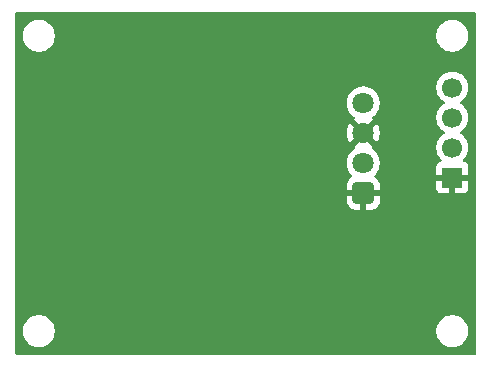
<source format=gbl>
%TF.GenerationSoftware,KiCad,Pcbnew,9.0.6*%
%TF.CreationDate,2025-11-11T11:50:19+01:00*%
%TF.ProjectId,tankuhr,74616e6b-7568-4722-9e6b-696361645f70,rev?*%
%TF.SameCoordinates,Original*%
%TF.FileFunction,Copper,L2,Bot*%
%TF.FilePolarity,Positive*%
%FSLAX46Y46*%
G04 Gerber Fmt 4.6, Leading zero omitted, Abs format (unit mm)*
G04 Created by KiCad (PCBNEW 9.0.6) date 2025-11-11 11:50:19*
%MOMM*%
%LPD*%
G01*
G04 APERTURE LIST*
G04 Aperture macros list*
%AMRoundRect*
0 Rectangle with rounded corners*
0 $1 Rounding radius*
0 $2 $3 $4 $5 $6 $7 $8 $9 X,Y pos of 4 corners*
0 Add a 4 corners polygon primitive as box body*
4,1,4,$2,$3,$4,$5,$6,$7,$8,$9,$2,$3,0*
0 Add four circle primitives for the rounded corners*
1,1,$1+$1,$2,$3*
1,1,$1+$1,$4,$5*
1,1,$1+$1,$6,$7*
1,1,$1+$1,$8,$9*
0 Add four rect primitives between the rounded corners*
20,1,$1+$1,$2,$3,$4,$5,0*
20,1,$1+$1,$4,$5,$6,$7,0*
20,1,$1+$1,$6,$7,$8,$9,0*
20,1,$1+$1,$8,$9,$2,$3,0*%
G04 Aperture macros list end*
%TA.AperFunction,ComponentPad*%
%ADD10RoundRect,0.250000X0.650000X0.650000X-0.650000X0.650000X-0.650000X-0.650000X0.650000X-0.650000X0*%
%TD*%
%TA.AperFunction,ComponentPad*%
%ADD11C,1.800000*%
%TD*%
%TA.AperFunction,ComponentPad*%
%ADD12R,1.700000X1.700000*%
%TD*%
%TA.AperFunction,ComponentPad*%
%ADD13C,1.700000*%
%TD*%
%TA.AperFunction,ViaPad*%
%ADD14C,0.600000*%
%TD*%
G04 APERTURE END LIST*
D10*
%TO.P,U1,1,-Vin*%
%TO.N,GND*%
X59967500Y-60810000D03*
D11*
%TO.P,U1,2,+Vin*%
%TO.N,+12V*%
X59967500Y-58270000D03*
%TO.P,U1,3,-Vout*%
%TO.N,GND*%
X59967500Y-55730000D03*
%TO.P,U1,4,+Vout*%
%TO.N,+5V*%
X59967500Y-53190000D03*
%TD*%
D12*
%TO.P,J1,1,Pin_1*%
%TO.N,GND*%
X67500000Y-59500000D03*
D13*
%TO.P,J1,2,Pin_2*%
%TO.N,SENSOR_FUEL_LEVEL*%
X67500000Y-56960000D03*
%TO.P,J1,3,Pin_3*%
%TO.N,SENSOR_FUEL_FLOW*%
X67500000Y-54420000D03*
%TO.P,J1,4,Pin_4*%
%TO.N,+12V*%
X67500000Y-51880000D03*
%TD*%
D14*
%TO.N,GND*%
X63500000Y-73000000D03*
X36000000Y-57000000D03*
X37000000Y-49500000D03*
X55000000Y-68500000D03*
X38500000Y-64500000D03*
%TD*%
%TA.AperFunction,Conductor*%
%TO.N,GND*%
G36*
X69442539Y-45520185D02*
G01*
X69488294Y-45572989D01*
X69499500Y-45624500D01*
X69499500Y-74375500D01*
X69479815Y-74442539D01*
X69427011Y-74488294D01*
X69375500Y-74499500D01*
X30624500Y-74499500D01*
X30557461Y-74479815D01*
X30511706Y-74427011D01*
X30500500Y-74375500D01*
X30500500Y-72393713D01*
X31149500Y-72393713D01*
X31149500Y-72606286D01*
X31182753Y-72816239D01*
X31248444Y-73018414D01*
X31344951Y-73207820D01*
X31469890Y-73379786D01*
X31620213Y-73530109D01*
X31792179Y-73655048D01*
X31792181Y-73655049D01*
X31792184Y-73655051D01*
X31981588Y-73751557D01*
X32183757Y-73817246D01*
X32393713Y-73850500D01*
X32393714Y-73850500D01*
X32606286Y-73850500D01*
X32606287Y-73850500D01*
X32816243Y-73817246D01*
X33018412Y-73751557D01*
X33207816Y-73655051D01*
X33229789Y-73639086D01*
X33379786Y-73530109D01*
X33379788Y-73530106D01*
X33379792Y-73530104D01*
X33530104Y-73379792D01*
X33530106Y-73379788D01*
X33530109Y-73379786D01*
X33655048Y-73207820D01*
X33655047Y-73207820D01*
X33655051Y-73207816D01*
X33751557Y-73018412D01*
X33817246Y-72816243D01*
X33850500Y-72606287D01*
X33850500Y-72393713D01*
X66149500Y-72393713D01*
X66149500Y-72606286D01*
X66182753Y-72816239D01*
X66248444Y-73018414D01*
X66344951Y-73207820D01*
X66469890Y-73379786D01*
X66620213Y-73530109D01*
X66792179Y-73655048D01*
X66792181Y-73655049D01*
X66792184Y-73655051D01*
X66981588Y-73751557D01*
X67183757Y-73817246D01*
X67393713Y-73850500D01*
X67393714Y-73850500D01*
X67606286Y-73850500D01*
X67606287Y-73850500D01*
X67816243Y-73817246D01*
X68018412Y-73751557D01*
X68207816Y-73655051D01*
X68229789Y-73639086D01*
X68379786Y-73530109D01*
X68379788Y-73530106D01*
X68379792Y-73530104D01*
X68530104Y-73379792D01*
X68530106Y-73379788D01*
X68530109Y-73379786D01*
X68655048Y-73207820D01*
X68655047Y-73207820D01*
X68655051Y-73207816D01*
X68751557Y-73018412D01*
X68817246Y-72816243D01*
X68850500Y-72606287D01*
X68850500Y-72393713D01*
X68817246Y-72183757D01*
X68751557Y-71981588D01*
X68655051Y-71792184D01*
X68655049Y-71792181D01*
X68655048Y-71792179D01*
X68530109Y-71620213D01*
X68379786Y-71469890D01*
X68207820Y-71344951D01*
X68018414Y-71248444D01*
X68018413Y-71248443D01*
X68018412Y-71248443D01*
X67816243Y-71182754D01*
X67816241Y-71182753D01*
X67816240Y-71182753D01*
X67654957Y-71157208D01*
X67606287Y-71149500D01*
X67393713Y-71149500D01*
X67345042Y-71157208D01*
X67183760Y-71182753D01*
X66981585Y-71248444D01*
X66792179Y-71344951D01*
X66620213Y-71469890D01*
X66469890Y-71620213D01*
X66344951Y-71792179D01*
X66248444Y-71981585D01*
X66182753Y-72183760D01*
X66149500Y-72393713D01*
X33850500Y-72393713D01*
X33817246Y-72183757D01*
X33751557Y-71981588D01*
X33655051Y-71792184D01*
X33655049Y-71792181D01*
X33655048Y-71792179D01*
X33530109Y-71620213D01*
X33379786Y-71469890D01*
X33207820Y-71344951D01*
X33018414Y-71248444D01*
X33018413Y-71248443D01*
X33018412Y-71248443D01*
X32816243Y-71182754D01*
X32816241Y-71182753D01*
X32816240Y-71182753D01*
X32654957Y-71157208D01*
X32606287Y-71149500D01*
X32393713Y-71149500D01*
X32345042Y-71157208D01*
X32183760Y-71182753D01*
X31981585Y-71248444D01*
X31792179Y-71344951D01*
X31620213Y-71469890D01*
X31469890Y-71620213D01*
X31344951Y-71792179D01*
X31248444Y-71981585D01*
X31182753Y-72183760D01*
X31149500Y-72393713D01*
X30500500Y-72393713D01*
X30500500Y-53079778D01*
X58567000Y-53079778D01*
X58567000Y-53300221D01*
X58601485Y-53517952D01*
X58669603Y-53727603D01*
X58669604Y-53727606D01*
X58769687Y-53924025D01*
X58899252Y-54102358D01*
X58899256Y-54102363D01*
X59055140Y-54258247D01*
X59195179Y-54359990D01*
X59237845Y-54415319D01*
X59243824Y-54484933D01*
X59211219Y-54546728D01*
X59195179Y-54560626D01*
X59169985Y-54578930D01*
X59169985Y-54578932D01*
X59838090Y-55247037D01*
X59774507Y-55264075D01*
X59660493Y-55329901D01*
X59567401Y-55422993D01*
X59501575Y-55537007D01*
X59484537Y-55600590D01*
X58816432Y-54932485D01*
X58816431Y-54932485D01*
X58770116Y-54996233D01*
X58670067Y-55192589D01*
X58601973Y-55402164D01*
X58567500Y-55619818D01*
X58567500Y-55840181D01*
X58601973Y-56057835D01*
X58670067Y-56267410D01*
X58770111Y-56463756D01*
X58816432Y-56527513D01*
X59484537Y-55859408D01*
X59501575Y-55922993D01*
X59567401Y-56037007D01*
X59660493Y-56130099D01*
X59774507Y-56195925D01*
X59838090Y-56212962D01*
X59169985Y-56881065D01*
X59169985Y-56881066D01*
X59195180Y-56899371D01*
X59237846Y-56954701D01*
X59243825Y-57024314D01*
X59211220Y-57086110D01*
X59195181Y-57100008D01*
X59055136Y-57201756D01*
X58899256Y-57357636D01*
X58899252Y-57357641D01*
X58769687Y-57535974D01*
X58669604Y-57732393D01*
X58669603Y-57732396D01*
X58601485Y-57942047D01*
X58567000Y-58159778D01*
X58567000Y-58380221D01*
X58601485Y-58597952D01*
X58669603Y-58807603D01*
X58669604Y-58807606D01*
X58769687Y-59004025D01*
X58899252Y-59182358D01*
X58899256Y-59182363D01*
X59007573Y-59290680D01*
X59041058Y-59352003D01*
X59036074Y-59421695D01*
X58994202Y-59477628D01*
X58984989Y-59483899D01*
X58849159Y-59567680D01*
X58849155Y-59567683D01*
X58725184Y-59691654D01*
X58633143Y-59840875D01*
X58633141Y-59840880D01*
X58577994Y-60007302D01*
X58577993Y-60007309D01*
X58567500Y-60110013D01*
X58567500Y-60560000D01*
X59534488Y-60560000D01*
X59501575Y-60617007D01*
X59467500Y-60744174D01*
X59467500Y-60875826D01*
X59501575Y-61002993D01*
X59534488Y-61060000D01*
X58567501Y-61060000D01*
X58567501Y-61509986D01*
X58577994Y-61612697D01*
X58633141Y-61779119D01*
X58633143Y-61779124D01*
X58725184Y-61928345D01*
X58849154Y-62052315D01*
X58998375Y-62144356D01*
X58998380Y-62144358D01*
X59164802Y-62199505D01*
X59164809Y-62199506D01*
X59267519Y-62209999D01*
X59717499Y-62209999D01*
X59717500Y-62209998D01*
X59717500Y-61243012D01*
X59774507Y-61275925D01*
X59901674Y-61310000D01*
X60033326Y-61310000D01*
X60160493Y-61275925D01*
X60217500Y-61243012D01*
X60217500Y-62209999D01*
X60667472Y-62209999D01*
X60667486Y-62209998D01*
X60770197Y-62199505D01*
X60936619Y-62144358D01*
X60936624Y-62144356D01*
X61085845Y-62052315D01*
X61209815Y-61928345D01*
X61301856Y-61779124D01*
X61301858Y-61779119D01*
X61357005Y-61612697D01*
X61357006Y-61612690D01*
X61367499Y-61509986D01*
X61367500Y-61509973D01*
X61367500Y-61060000D01*
X60400512Y-61060000D01*
X60433425Y-61002993D01*
X60467500Y-60875826D01*
X60467500Y-60744174D01*
X60433425Y-60617007D01*
X60400512Y-60560000D01*
X61367499Y-60560000D01*
X61367499Y-60110028D01*
X61367498Y-60110013D01*
X61357005Y-60007302D01*
X61301858Y-59840880D01*
X61301853Y-59840869D01*
X61254277Y-59763737D01*
X61254275Y-59763735D01*
X61209815Y-59691654D01*
X61085845Y-59567684D01*
X60950010Y-59483900D01*
X60903285Y-59431952D01*
X60892064Y-59362989D01*
X60919907Y-59298907D01*
X60927404Y-59290702D01*
X61035742Y-59182365D01*
X61165315Y-59004022D01*
X61265395Y-58807606D01*
X61333515Y-58597951D01*
X61368000Y-58380222D01*
X61368000Y-58159778D01*
X61333515Y-57942049D01*
X61265395Y-57732394D01*
X61265395Y-57732393D01*
X61230737Y-57664375D01*
X61165315Y-57535978D01*
X61123491Y-57478412D01*
X61035747Y-57357641D01*
X61035743Y-57357636D01*
X60879863Y-57201756D01*
X60879858Y-57201752D01*
X60739819Y-57100008D01*
X60697153Y-57044678D01*
X60691174Y-56975065D01*
X60723779Y-56913270D01*
X60739819Y-56899372D01*
X60765013Y-56881066D01*
X60765014Y-56881066D01*
X60096909Y-56212962D01*
X60160493Y-56195925D01*
X60274507Y-56130099D01*
X60367599Y-56037007D01*
X60433425Y-55922993D01*
X60450462Y-55859410D01*
X61118566Y-56527514D01*
X61118566Y-56527513D01*
X61164886Y-56463760D01*
X61264932Y-56267410D01*
X61333026Y-56057835D01*
X61367500Y-55840181D01*
X61367500Y-55619818D01*
X61333026Y-55402164D01*
X61264932Y-55192589D01*
X61164888Y-54996243D01*
X61118566Y-54932485D01*
X61118565Y-54932485D01*
X60450462Y-55600589D01*
X60433425Y-55537007D01*
X60367599Y-55422993D01*
X60274507Y-55329901D01*
X60160493Y-55264075D01*
X60096907Y-55247037D01*
X60765013Y-54578932D01*
X60739819Y-54560628D01*
X60697153Y-54505298D01*
X60691174Y-54435685D01*
X60723779Y-54373889D01*
X60739813Y-54359994D01*
X60879865Y-54258242D01*
X61035742Y-54102365D01*
X61165315Y-53924022D01*
X61265395Y-53727606D01*
X61333515Y-53517951D01*
X61368000Y-53300222D01*
X61368000Y-53079778D01*
X61333515Y-52862049D01*
X61265395Y-52652394D01*
X61265395Y-52652393D01*
X61230737Y-52584375D01*
X61165315Y-52455978D01*
X61123491Y-52398412D01*
X61035747Y-52277641D01*
X61035743Y-52277636D01*
X60879863Y-52121756D01*
X60879858Y-52121752D01*
X60701525Y-51992187D01*
X60701524Y-51992186D01*
X60701522Y-51992185D01*
X60638596Y-51960122D01*
X60505106Y-51892104D01*
X60505100Y-51892102D01*
X60488694Y-51886772D01*
X60488693Y-51886772D01*
X60295452Y-51823985D01*
X60186586Y-51806742D01*
X60077722Y-51789500D01*
X59857278Y-51789500D01*
X59784701Y-51800995D01*
X59639547Y-51823985D01*
X59429896Y-51892103D01*
X59429893Y-51892104D01*
X59233474Y-51992187D01*
X59055141Y-52121752D01*
X59055136Y-52121756D01*
X58899256Y-52277636D01*
X58899252Y-52277641D01*
X58769687Y-52455974D01*
X58669604Y-52652393D01*
X58669603Y-52652396D01*
X58601485Y-52862047D01*
X58567000Y-53079778D01*
X30500500Y-53079778D01*
X30500500Y-51773713D01*
X66149500Y-51773713D01*
X66149500Y-51986287D01*
X66159534Y-52049644D01*
X66170956Y-52121758D01*
X66182754Y-52196243D01*
X66209200Y-52277636D01*
X66248444Y-52398414D01*
X66344951Y-52587820D01*
X66469890Y-52759786D01*
X66620213Y-52910109D01*
X66792182Y-53035050D01*
X66800946Y-53039516D01*
X66851742Y-53087491D01*
X66868536Y-53155312D01*
X66845998Y-53221447D01*
X66800946Y-53260484D01*
X66792182Y-53264949D01*
X66620213Y-53389890D01*
X66469890Y-53540213D01*
X66344951Y-53712179D01*
X66248444Y-53901585D01*
X66182753Y-54103760D01*
X66158286Y-54258241D01*
X66149500Y-54313713D01*
X66149500Y-54526287D01*
X66182754Y-54736243D01*
X66246517Y-54932485D01*
X66248444Y-54938414D01*
X66344951Y-55127820D01*
X66469890Y-55299786D01*
X66620213Y-55450109D01*
X66792182Y-55575050D01*
X66800946Y-55579516D01*
X66851742Y-55627491D01*
X66868536Y-55695312D01*
X66845998Y-55761447D01*
X66800946Y-55800484D01*
X66792182Y-55804949D01*
X66620213Y-55929890D01*
X66469890Y-56080213D01*
X66344951Y-56252179D01*
X66248444Y-56441585D01*
X66182753Y-56643760D01*
X66149500Y-56853713D01*
X66149500Y-57066286D01*
X66170956Y-57201758D01*
X66182754Y-57276243D01*
X66209200Y-57357636D01*
X66248444Y-57478414D01*
X66344951Y-57667820D01*
X66469890Y-57839786D01*
X66583818Y-57953714D01*
X66617303Y-58015037D01*
X66612319Y-58084729D01*
X66570447Y-58140662D01*
X66539471Y-58157577D01*
X66407912Y-58206646D01*
X66407906Y-58206649D01*
X66292812Y-58292809D01*
X66292809Y-58292812D01*
X66206649Y-58407906D01*
X66206645Y-58407913D01*
X66156403Y-58542620D01*
X66156401Y-58542627D01*
X66150000Y-58602155D01*
X66150000Y-59250000D01*
X67066988Y-59250000D01*
X67034075Y-59307007D01*
X67000000Y-59434174D01*
X67000000Y-59565826D01*
X67034075Y-59692993D01*
X67066988Y-59750000D01*
X66150000Y-59750000D01*
X66150000Y-60397844D01*
X66156401Y-60457372D01*
X66156403Y-60457379D01*
X66206645Y-60592086D01*
X66206649Y-60592093D01*
X66292809Y-60707187D01*
X66292812Y-60707190D01*
X66407906Y-60793350D01*
X66407913Y-60793354D01*
X66542620Y-60843596D01*
X66542627Y-60843598D01*
X66602155Y-60849999D01*
X66602172Y-60850000D01*
X67250000Y-60850000D01*
X67250000Y-59933012D01*
X67307007Y-59965925D01*
X67434174Y-60000000D01*
X67565826Y-60000000D01*
X67692993Y-59965925D01*
X67750000Y-59933012D01*
X67750000Y-60850000D01*
X68397828Y-60850000D01*
X68397844Y-60849999D01*
X68457372Y-60843598D01*
X68457379Y-60843596D01*
X68592086Y-60793354D01*
X68592093Y-60793350D01*
X68707187Y-60707190D01*
X68707190Y-60707187D01*
X68793350Y-60592093D01*
X68793354Y-60592086D01*
X68843596Y-60457379D01*
X68843598Y-60457372D01*
X68849999Y-60397844D01*
X68850000Y-60397827D01*
X68850000Y-59750000D01*
X67933012Y-59750000D01*
X67965925Y-59692993D01*
X68000000Y-59565826D01*
X68000000Y-59434174D01*
X67965925Y-59307007D01*
X67933012Y-59250000D01*
X68850000Y-59250000D01*
X68850000Y-58602172D01*
X68849999Y-58602155D01*
X68843598Y-58542627D01*
X68843596Y-58542620D01*
X68793354Y-58407913D01*
X68793350Y-58407906D01*
X68707190Y-58292812D01*
X68707187Y-58292809D01*
X68592093Y-58206649D01*
X68592088Y-58206646D01*
X68460528Y-58157577D01*
X68404595Y-58115705D01*
X68380178Y-58050241D01*
X68395030Y-57981968D01*
X68416175Y-57953720D01*
X68530104Y-57839792D01*
X68655051Y-57667816D01*
X68751557Y-57478412D01*
X68817246Y-57276243D01*
X68850500Y-57066287D01*
X68850500Y-56853713D01*
X68817246Y-56643757D01*
X68751557Y-56441588D01*
X68655051Y-56252184D01*
X68655049Y-56252181D01*
X68655048Y-56252179D01*
X68530109Y-56080213D01*
X68379786Y-55929890D01*
X68207820Y-55804951D01*
X68207115Y-55804591D01*
X68199054Y-55800485D01*
X68148259Y-55752512D01*
X68131463Y-55684692D01*
X68153999Y-55618556D01*
X68199054Y-55579515D01*
X68207816Y-55575051D01*
X68229789Y-55559086D01*
X68379786Y-55450109D01*
X68379788Y-55450106D01*
X68379792Y-55450104D01*
X68530104Y-55299792D01*
X68530106Y-55299788D01*
X68530109Y-55299786D01*
X68655048Y-55127820D01*
X68655047Y-55127820D01*
X68655051Y-55127816D01*
X68751557Y-54938412D01*
X68817246Y-54736243D01*
X68850500Y-54526287D01*
X68850500Y-54313713D01*
X68817246Y-54103757D01*
X68751557Y-53901588D01*
X68655051Y-53712184D01*
X68655049Y-53712181D01*
X68655048Y-53712179D01*
X68530109Y-53540213D01*
X68379786Y-53389890D01*
X68207820Y-53264951D01*
X68207115Y-53264591D01*
X68199054Y-53260485D01*
X68148259Y-53212512D01*
X68131463Y-53144692D01*
X68153999Y-53078556D01*
X68199054Y-53039515D01*
X68207816Y-53035051D01*
X68229789Y-53019086D01*
X68379786Y-52910109D01*
X68379788Y-52910106D01*
X68379792Y-52910104D01*
X68530104Y-52759792D01*
X68530106Y-52759788D01*
X68530109Y-52759786D01*
X68655048Y-52587820D01*
X68655047Y-52587820D01*
X68655051Y-52587816D01*
X68751557Y-52398412D01*
X68817246Y-52196243D01*
X68850500Y-51986287D01*
X68850500Y-51773713D01*
X68817246Y-51563757D01*
X68751557Y-51361588D01*
X68655051Y-51172184D01*
X68655049Y-51172181D01*
X68655048Y-51172179D01*
X68530109Y-51000213D01*
X68379786Y-50849890D01*
X68207820Y-50724951D01*
X68018414Y-50628444D01*
X68018413Y-50628443D01*
X68018412Y-50628443D01*
X67816243Y-50562754D01*
X67816241Y-50562753D01*
X67816240Y-50562753D01*
X67654957Y-50537208D01*
X67606287Y-50529500D01*
X67393713Y-50529500D01*
X67345042Y-50537208D01*
X67183760Y-50562753D01*
X66981585Y-50628444D01*
X66792179Y-50724951D01*
X66620213Y-50849890D01*
X66469890Y-51000213D01*
X66344951Y-51172179D01*
X66248444Y-51361585D01*
X66182753Y-51563760D01*
X66149500Y-51773713D01*
X30500500Y-51773713D01*
X30500500Y-47393713D01*
X31149500Y-47393713D01*
X31149500Y-47606286D01*
X31182753Y-47816239D01*
X31248444Y-48018414D01*
X31344951Y-48207820D01*
X31469890Y-48379786D01*
X31620213Y-48530109D01*
X31792179Y-48655048D01*
X31792181Y-48655049D01*
X31792184Y-48655051D01*
X31981588Y-48751557D01*
X32183757Y-48817246D01*
X32393713Y-48850500D01*
X32393714Y-48850500D01*
X32606286Y-48850500D01*
X32606287Y-48850500D01*
X32816243Y-48817246D01*
X33018412Y-48751557D01*
X33207816Y-48655051D01*
X33229789Y-48639086D01*
X33379786Y-48530109D01*
X33379788Y-48530106D01*
X33379792Y-48530104D01*
X33530104Y-48379792D01*
X33530106Y-48379788D01*
X33530109Y-48379786D01*
X33655048Y-48207820D01*
X33655047Y-48207820D01*
X33655051Y-48207816D01*
X33751557Y-48018412D01*
X33817246Y-47816243D01*
X33850500Y-47606287D01*
X33850500Y-47393713D01*
X66149500Y-47393713D01*
X66149500Y-47606286D01*
X66182753Y-47816239D01*
X66248444Y-48018414D01*
X66344951Y-48207820D01*
X66469890Y-48379786D01*
X66620213Y-48530109D01*
X66792179Y-48655048D01*
X66792181Y-48655049D01*
X66792184Y-48655051D01*
X66981588Y-48751557D01*
X67183757Y-48817246D01*
X67393713Y-48850500D01*
X67393714Y-48850500D01*
X67606286Y-48850500D01*
X67606287Y-48850500D01*
X67816243Y-48817246D01*
X68018412Y-48751557D01*
X68207816Y-48655051D01*
X68229789Y-48639086D01*
X68379786Y-48530109D01*
X68379788Y-48530106D01*
X68379792Y-48530104D01*
X68530104Y-48379792D01*
X68530106Y-48379788D01*
X68530109Y-48379786D01*
X68655048Y-48207820D01*
X68655047Y-48207820D01*
X68655051Y-48207816D01*
X68751557Y-48018412D01*
X68817246Y-47816243D01*
X68850500Y-47606287D01*
X68850500Y-47393713D01*
X68817246Y-47183757D01*
X68751557Y-46981588D01*
X68655051Y-46792184D01*
X68655049Y-46792181D01*
X68655048Y-46792179D01*
X68530109Y-46620213D01*
X68379786Y-46469890D01*
X68207820Y-46344951D01*
X68018414Y-46248444D01*
X68018413Y-46248443D01*
X68018412Y-46248443D01*
X67816243Y-46182754D01*
X67816241Y-46182753D01*
X67816240Y-46182753D01*
X67654957Y-46157208D01*
X67606287Y-46149500D01*
X67393713Y-46149500D01*
X67345042Y-46157208D01*
X67183760Y-46182753D01*
X66981585Y-46248444D01*
X66792179Y-46344951D01*
X66620213Y-46469890D01*
X66469890Y-46620213D01*
X66344951Y-46792179D01*
X66248444Y-46981585D01*
X66182753Y-47183760D01*
X66149500Y-47393713D01*
X33850500Y-47393713D01*
X33817246Y-47183757D01*
X33751557Y-46981588D01*
X33655051Y-46792184D01*
X33655049Y-46792181D01*
X33655048Y-46792179D01*
X33530109Y-46620213D01*
X33379786Y-46469890D01*
X33207820Y-46344951D01*
X33018414Y-46248444D01*
X33018413Y-46248443D01*
X33018412Y-46248443D01*
X32816243Y-46182754D01*
X32816241Y-46182753D01*
X32816240Y-46182753D01*
X32654957Y-46157208D01*
X32606287Y-46149500D01*
X32393713Y-46149500D01*
X32345042Y-46157208D01*
X32183760Y-46182753D01*
X31981585Y-46248444D01*
X31792179Y-46344951D01*
X31620213Y-46469890D01*
X31469890Y-46620213D01*
X31344951Y-46792179D01*
X31248444Y-46981585D01*
X31182753Y-47183760D01*
X31149500Y-47393713D01*
X30500500Y-47393713D01*
X30500500Y-45624500D01*
X30520185Y-45557461D01*
X30572989Y-45511706D01*
X30624500Y-45500500D01*
X69375500Y-45500500D01*
X69442539Y-45520185D01*
G37*
%TD.AperFunction*%
%TD*%
M02*

</source>
